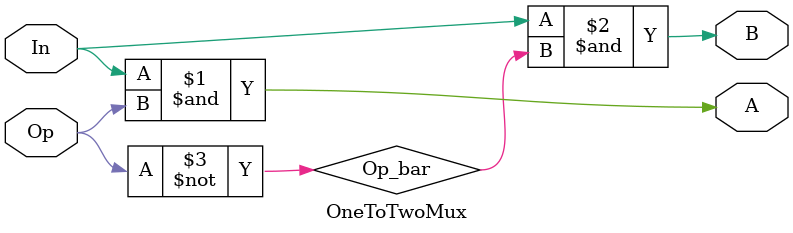
<source format=v>
module fourToOneMux(V0,V1,V2,V3,Op1,Op0,O);
	input V0,V1,V2,V3,Op1,Op0;
	output O;

	//create negative
	wire Op1Neg,Op0Neg;
	nand Op1NegGate(Op1Neg,Op1,Op1);
	nand Op0NegGate(Op0Neg,Op0,Op0);
	
	//3way and outputs
	wire V0Out,V1Out,V2Out,V3Out;
	
	//V0
	threeWayAnd V0Gate(Op1Neg,Op0Neg,V0,V0Out);
	
	//V1
	threeWayAnd V1Gate(Op1Neg,Op0,V1,V1Out);
	
	//V2
	threeWayAnd V2Gate(Op1,Op0Neg,V2,V2Out);
	
	//V3
	threeWayAnd V3Gate(Op1,Op0,V3,V3Out);
	
	//OR the outputs together
	wire outputWire;
	fourWayOr outputOr(V0Out,V1Out,V2Out,V3Out,outputWire);
	
	assign O=outputWire;
endmodule

module twoToOneMux(A,B,Op,O);
	input A,B,Op;
	output O;
	
	wire OpNeg;
	nand OpNegGate(OpNeg,Op,Op);
	
	//A
	wire firstNandwire,AOut;
	nand firstNand1(firstNandwire,A,OpNeg);
	nand secondNand1(AOut,firstNandwire,firstNandwire);
	
	//B
	wire secondNandwire,BOut;
	nand firstNand2(secondNandwire,B,Op);
	nand secondNand2(BOut,secondNandwire,secondNandwire);
	
	// A or B
	wire topGate,botGate;
	nand leftGateTop(topGate,AOut,AOut);
	nand leftGateBot(botGate,BOut,BOut);
	nand finGate(O,topGate,botGate);

endmodule

module sixteenBitTwoToOneMux(A,B,Op,O);
	input [15:0] A;
	input [15:0] B;
	input Op;
	output [15:0] O;
	
	
	twoToOneMux bits0(A[0],B[0],Op,O[0]);
	twoToOneMux bits1(A[1],B[1],Op,O[1]);
	twoToOneMux bits2(A[2],B[2],Op,O[2]);
	twoToOneMux bits3(A[3],B[3],Op,O[3]);
	twoToOneMux bits4(A[4],B[4],Op,O[4]);
	twoToOneMux bits5(A[5],B[5],Op,O[5]);
	twoToOneMux bits6(A[6],B[6],Op,O[6]);
	twoToOneMux bits7(A[7],B[7],Op,O[7]);
	twoToOneMux bits8(A[8],B[8],Op,O[8]);
	twoToOneMux bits9(A[9],B[9],Op,O[9]);
	twoToOneMux bits10(A[10],B[10],Op,O[10]);
	twoToOneMux bits11(A[11],B[11],Op,O[11]);
	twoToOneMux bits12(A[12],B[12],Op,O[12]);
	twoToOneMux bits13(A[13],B[13],Op,O[13]);
	twoToOneMux bits14(A[14],B[14],Op,O[14]);
	twoToOneMux bits15(A[15],B[15],Op,O[15]);
	
endmodule
	
	
module TwoToOneMux32(A,B,Op,O);
	input [31:0] A;
	input [31:0] B;
	input Op;
	output reg [31:0] O;
	
	
	always@(A or B or Op) begin
	   if(Op == 0) begin
	     O = A;
	   end
	   if(Op == 1) begin
	     O = B;
	   end
	end
	
	/*twoToOneMux bits0(A[0],B[0],Op,O[0]);
	twoToOneMux bits1(A[1],B[1],Op,O[1]);
	twoToOneMux bits2(A[2],B[2],Op,O[2]);
	twoToOneMux bits3(A[3],B[3],Op,O[3]);
	twoToOneMux bits4(A[4],B[4],Op,O[4]);
	twoToOneMux bits5(A[5],B[5],Op,O[5]);
	twoToOneMux bits6(A[6],B[6],Op,O[6]);
	twoToOneMux bits7(A[7],B[7],Op,O[7]);
	twoToOneMux bits8(A[8],B[8],Op,O[8]);
	twoToOneMux bits9(A[9],B[9],Op,O[9]);
	twoToOneMux bits10(A[10],B[10],Op,O[10]);
	twoToOneMux bits11(A[11],B[11],Op,O[11]);
	twoToOneMux bits12(A[12],B[12],Op,O[12]);
	twoToOneMux bits13(A[13],B[13],Op,O[13]);
	twoToOneMux bits14(A[14],B[14],Op,O[14]);
	twoToOneMux bits15(A[15],B[15],Op,O[15]);
	twoToOneMux bits16(A[16],B[16],Op,O[16]);
	twoToOneMux bits17(A[17],B[17],Op,O[17]);
	twoToOneMux bits18(A[18],B[18],Op,O[18]);
	twoToOneMux bits19(A[19],B[19],Op,O[19]);
	twoToOneMux bits20(A[20],B[20],Op,O[20]);
	twoToOneMux bits21(A[21],B[21],Op,O[21]);
	twoToOneMux bits22(A[22],B[22],Op,O[22]);
	twoToOneMux bits23(A[23],B[23],Op,O[23]);
	twoToOneMux bits24(A[24],B[24],Op,O[24]);
	twoToOneMux bits25(A[25],B[25],Op,O[25]);
	twoToOneMux bits26(A[26],B[26],Op,O[26]);
	twoToOneMux bits27(A[27],B[27],Op,O[27]);
	twoToOneMux bits28(A[28],B[28],Op,O[28]);
	twoToOneMux bits29(A[29],B[29],Op,O[29]);
	twoToOneMux bits30(A[30],B[30],Op,O[30]);
	twoToOneMux bits31(A[31],B[31],Op,O[31]);*/
	
	
endmodule

module OneToTwoMux32(In,A,B,Op);
	input [31:0] In;
	input Op;
	output reg [31:0] A,B;

  always@(In or Op) begin
	   if(Op == 0) begin
	     A = In;
	     B = 32'b0;
	   end
	   if(Op == 1) begin
	     B = In;
	     A = 32'b0;
	   end
	end

	/*OneToTwoMux bit0(In[0],A[0],B[0],Op);
	OneToTwoMux bit1(In[1],A[1],B[1],Op);
	OneToTwoMux bit2(In[2],A[2],B[2],Op);
	OneToTwoMux bit3(In[3],A[3],B[3],Op);
	OneToTwoMux bit4(In[4],A[4],B[4],Op);
	OneToTwoMux bit5(In[5],A[5],B[5],Op);
	OneToTwoMux bit6(In[6],A[6],B[6],Op);
	OneToTwoMux bit7(In[7],A[7],B[7],Op);
	OneToTwoMux bit8(In[8],A[8],B[8],Op);
	OneToTwoMux bit9(In[9],A[9],B[9],Op);
	OneToTwoMux bit10(In[10],A[10],B[10],Op);
	OneToTwoMux bit11(In[11],A[11],B[11],Op);
	OneToTwoMux bit12(In[12],A[12],B[12],Op);
	OneToTwoMux bit13(In[13],A[13],B[13],Op);
	OneToTwoMux bit14(In[14],A[14],B[14],Op);
	OneToTwoMux bit15(In[15],A[15],B[15],Op);
	OneToTwoMux bit16(In[16],A[16],B[16],Op);
	OneToTwoMux bit17(In[17],A[17],B[17],Op);
	OneToTwoMux bit18(In[18],A[18],B[18],Op);
	OneToTwoMux bit19(In[19],A[19],B[19],Op);
	OneToTwoMux bit20(In[20],A[20],B[20],Op);
	OneToTwoMux bit21(In[21],A[21],B[21],Op);
	OneToTwoMux bit22(In[22],A[22],B[22],Op);
	OneToTwoMux bit23(In[23],A[23],B[23],Op);
	OneToTwoMux bit24(In[24],A[24],B[24],Op);
	OneToTwoMux bit25(In[25],A[25],B[25],Op);
	OneToTwoMux bit26(In[26],A[26],B[26],Op);
	OneToTwoMux bit27(In[27],A[27],B[27],Op);
	OneToTwoMux bit28(In[28],A[28],B[28],Op);
	OneToTwoMux bit29(In[29],A[29],B[29],Op);
	OneToTwoMux bit30(In[30],A[30],B[30],Op);
	OneToTwoMux bit31(In[31],A[31],B[31],Op);*/
	
endmodule

module OneToTwoMux(In,A,B,Op);
	input In,Op;
	output A,B;
	
	not(Op_bar,Op);
	and(A,In,Op);
	and(B,In,Op_bar);
	
endmodule

</source>
